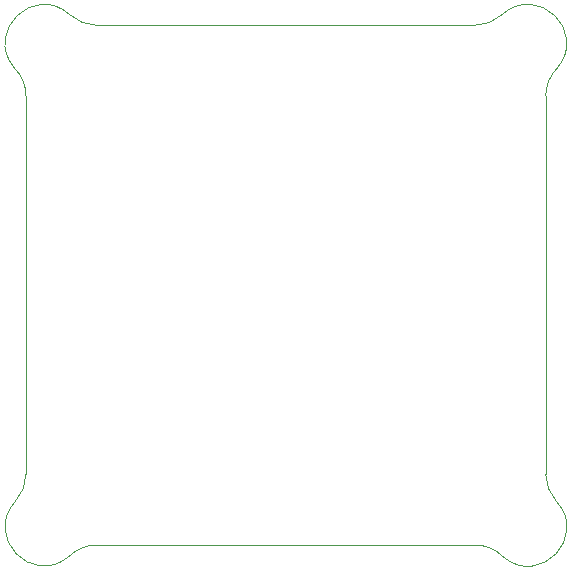
<source format=gbr>
%TF.GenerationSoftware,KiCad,Pcbnew,(6.0.0)*%
%TF.CreationDate,2022-11-20T17:05:33+07:00*%
%TF.ProjectId,ESP32-S3-MINI,45535033-322d-4533-932d-4d494e492e6b,rev?*%
%TF.SameCoordinates,Original*%
%TF.FileFunction,Profile,NP*%
%FSLAX46Y46*%
G04 Gerber Fmt 4.6, Leading zero omitted, Abs format (unit mm)*
G04 Created by KiCad (PCBNEW (6.0.0)) date 2022-11-20 17:05:33*
%MOMM*%
%LPD*%
G01*
G04 APERTURE LIST*
%TA.AperFunction,Profile*%
%ADD10C,0.100000*%
%TD*%
G04 APERTURE END LIST*
D10*
X98000000Y-145000000D02*
X98000000Y-113000000D01*
X97100000Y-147300000D02*
G75*
G03*
X98000000Y-145000000I-2488924J2300014D01*
G01*
X104000000Y-151000000D02*
G75*
G03*
X101600000Y-152000000I0J-3380000D01*
G01*
X136000000Y-151000000D02*
X104000000Y-151000000D01*
X138400000Y-152000000D02*
G75*
G03*
X136000000Y-151000000I-2400016J-2380038D01*
G01*
X142000000Y-145000000D02*
G75*
G03*
X142900000Y-147300000I3388984J37D01*
G01*
X97100001Y-147300001D02*
G75*
G03*
X101600000Y-152000000I2422427J-2184909D01*
G01*
X104000000Y-107000000D02*
X136000000Y-107000000D01*
X136000000Y-107000000D02*
G75*
G03*
X138300000Y-106100000I-25J3388954D01*
G01*
X98000000Y-113000000D02*
G75*
G03*
X97000000Y-110600000I-3380000J0D01*
G01*
X143000000Y-110600000D02*
G75*
G03*
X142000000Y-113000000I2380000J-2400000D01*
G01*
X142000000Y-113000000D02*
X142000000Y-145000000D01*
X143000000Y-110600000D02*
G75*
G03*
X138300000Y-106100000I-2506717J2086318D01*
G01*
X138400000Y-152000000D02*
G75*
G03*
X142900000Y-147300000I2106092J2487784D01*
G01*
X101700000Y-106100000D02*
G75*
G03*
X97000000Y-110600000I-2184956J-2422379D01*
G01*
X101700000Y-106100000D02*
G75*
G03*
X104000000Y-107000000I2300002J2488894D01*
G01*
M02*

</source>
